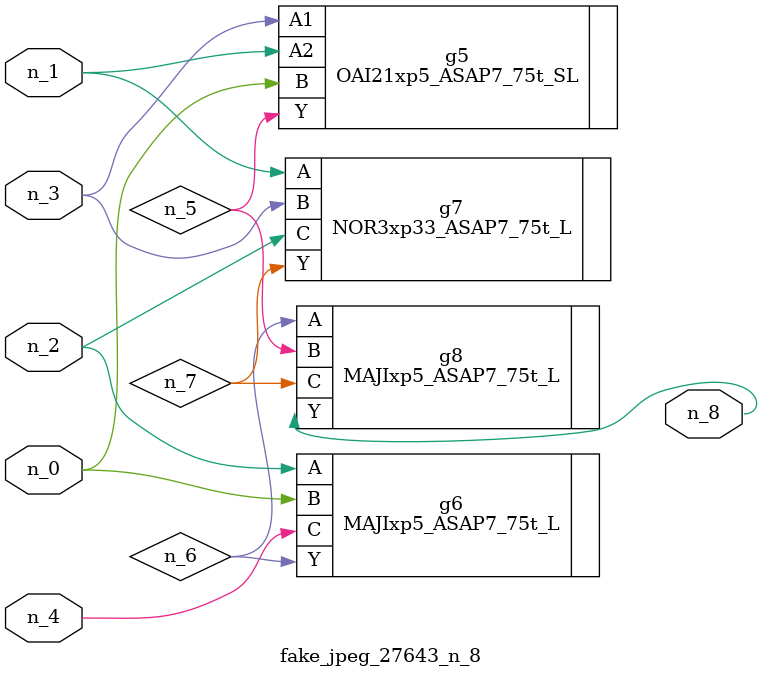
<source format=v>
module fake_jpeg_27643_n_8 (n_3, n_2, n_1, n_0, n_4, n_8);

input n_3;
input n_2;
input n_1;
input n_0;
input n_4;

output n_8;

wire n_6;
wire n_5;
wire n_7;

OAI21xp5_ASAP7_75t_SL g5 ( 
.A1(n_3),
.A2(n_1),
.B(n_0),
.Y(n_5)
);

MAJIxp5_ASAP7_75t_L g6 ( 
.A(n_2),
.B(n_0),
.C(n_4),
.Y(n_6)
);

NOR3xp33_ASAP7_75t_L g7 ( 
.A(n_1),
.B(n_3),
.C(n_2),
.Y(n_7)
);

MAJIxp5_ASAP7_75t_L g8 ( 
.A(n_6),
.B(n_5),
.C(n_7),
.Y(n_8)
);


endmodule
</source>
